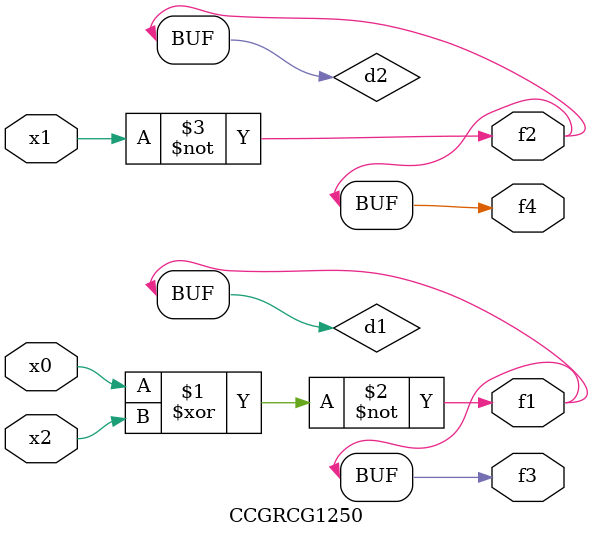
<source format=v>
module CCGRCG1250(
	input x0, x1, x2,
	output f1, f2, f3, f4
);

	wire d1, d2, d3;

	xnor (d1, x0, x2);
	nand (d2, x1);
	nor (d3, x1, x2);
	assign f1 = d1;
	assign f2 = d2;
	assign f3 = d1;
	assign f4 = d2;
endmodule

</source>
